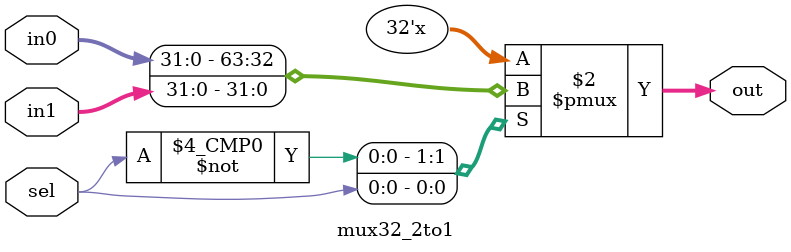
<source format=v>
module mux32_2to1(out, in0, in1, sel);
    output reg  [31:0] out;
    input [31:0] in0;
    input [31:0] in1;
	input sel;
  	always @(sel)
    begin
		case (sel)
			1'b0: out = in0;
			1'b1: out = in1;
		endcase
    end
endmodule
</source>
